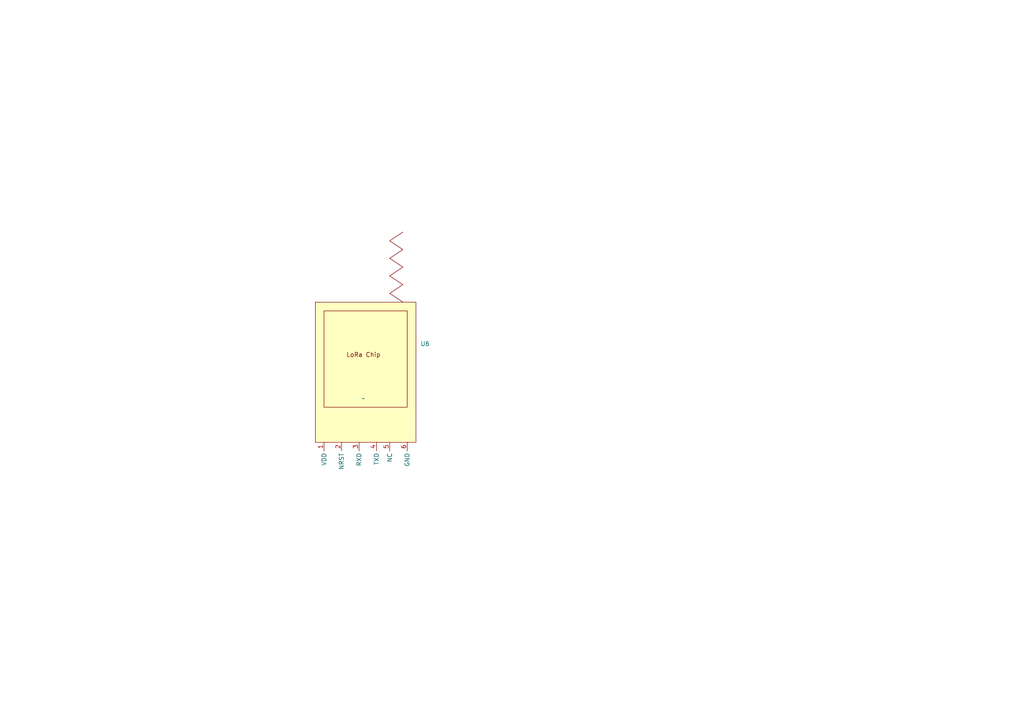
<source format=kicad_sch>
(kicad_sch
	(version 20231120)
	(generator "eeschema")
	(generator_version "8.0")
	(uuid "027f7ef6-06f4-4308-a9bc-7653fd2f0841")
	(paper "A4")
	(lib_symbols
		(symbol "LoRa Chip:RYLR896"
			(exclude_from_sim no)
			(in_bom yes)
			(on_board yes)
			(property "Reference" "U"
				(at 0 0 0)
				(effects
					(font
						(size 1.27 1.27)
					)
				)
			)
			(property "Value" ""
				(at 0 0 0)
				(effects
					(font
						(size 1.27 1.27)
					)
				)
			)
			(property "Footprint" ""
				(at 0 0 0)
				(effects
					(font
						(size 1.27 1.27)
					)
					(hide yes)
				)
			)
			(property "Datasheet" ""
				(at 0 0 0)
				(effects
					(font
						(size 1.27 1.27)
					)
					(hide yes)
				)
			)
			(property "Description" ""
				(at 0 0 0)
				(effects
					(font
						(size 1.27 1.27)
					)
					(hide yes)
				)
			)
			(symbol "RYLR896_0_1"
				(rectangle
					(start -13.97 27.94)
					(end 15.24 -12.7)
					(stroke
						(width 0)
						(type default)
					)
					(fill
						(type background)
					)
				)
				(rectangle
					(start -11.43 25.4)
					(end 12.7 -2.54)
					(stroke
						(width 0)
						(type default)
					)
					(fill
						(type none)
					)
				)
				(polyline
					(pts
						(xy 11.43 27.94) (xy 7.62 30.48) (xy 11.43 33.02) (xy 7.62 35.56) (xy 11.43 38.1) (xy 7.62 40.64)
						(xy 11.43 43.18) (xy 7.62 45.72) (xy 11.43 48.26)
					)
					(stroke
						(width 0)
						(type default)
					)
					(fill
						(type none)
					)
				)
				(text "LoRa Chip"
					(at 0 12.7 0)
					(effects
						(font
							(size 1.27 1.27)
						)
					)
				)
			)
			(symbol "RYLR896_1_1"
				(pin power_in line
					(at -11.43 -12.7 270)
					(length 2.54)
					(name "VDD"
						(effects
							(font
								(size 1.27 1.27)
							)
						)
					)
					(number "1"
						(effects
							(font
								(size 1.27 1.27)
							)
						)
					)
				)
				(pin input line
					(at -6.35 -12.7 270)
					(length 2.54)
					(name "NRST"
						(effects
							(font
								(size 1.27 1.27)
							)
						)
					)
					(number "2"
						(effects
							(font
								(size 1.27 1.27)
							)
						)
					)
				)
				(pin input line
					(at -1.27 -12.7 270)
					(length 2.54)
					(name "RXD"
						(effects
							(font
								(size 1.27 1.27)
							)
						)
					)
					(number "3"
						(effects
							(font
								(size 1.27 1.27)
							)
						)
					)
				)
				(pin output line
					(at 3.81 -12.7 270)
					(length 2.54)
					(name "TXD"
						(effects
							(font
								(size 1.27 1.27)
							)
						)
					)
					(number "4"
						(effects
							(font
								(size 1.27 1.27)
							)
						)
					)
				)
				(pin free line
					(at 7.62 -12.7 270)
					(length 2.54)
					(name "NC"
						(effects
							(font
								(size 1.27 1.27)
							)
						)
					)
					(number "5"
						(effects
							(font
								(size 1.27 1.27)
							)
						)
					)
				)
				(pin power_out line
					(at 12.7 -12.7 270)
					(length 2.54)
					(name "GND"
						(effects
							(font
								(size 1.27 1.27)
							)
						)
					)
					(number "6"
						(effects
							(font
								(size 1.27 1.27)
							)
						)
					)
				)
			)
		)
	)
	(symbol
		(lib_id "LoRa Chip:RYLR896")
		(at 105.41 115.57 0)
		(unit 1)
		(exclude_from_sim no)
		(in_bom yes)
		(on_board yes)
		(dnp no)
		(fields_autoplaced yes)
		(uuid "21cf91e0-3fd0-4306-9aa0-5dde5aae87e7")
		(property "Reference" "U6"
			(at 121.92 99.695 0)
			(effects
				(font
					(size 1.27 1.27)
				)
				(justify left)
			)
		)
		(property "Value" "~"
			(at 105.41 115.57 0)
			(effects
				(font
					(size 1.27 1.27)
				)
			)
		)
		(property "Footprint" "LoRa Chip:LoRa Chip"
			(at 105.41 115.57 0)
			(effects
				(font
					(size 1.27 1.27)
				)
				(hide yes)
			)
		)
		(property "Datasheet" ""
			(at 105.41 115.57 0)
			(effects
				(font
					(size 1.27 1.27)
				)
				(hide yes)
			)
		)
		(property "Description" ""
			(at 105.41 115.57 0)
			(effects
				(font
					(size 1.27 1.27)
				)
				(hide yes)
			)
		)
		(pin "1"
			(uuid "65197c7b-6894-4b5b-b7d1-7477c8db0483")
		)
		(pin "2"
			(uuid "ba895347-62fb-4dc3-98a2-1ea6f09aae3f")
		)
		(pin "3"
			(uuid "89d36519-8834-4e8b-a274-5af5042e3b62")
		)
		(pin "4"
			(uuid "3068ccb2-dbc5-4fb0-b9f2-50d1902027c4")
		)
		(pin "5"
			(uuid "c0fb7106-5236-4e38-80e2-076d2908b59d")
		)
		(pin "6"
			(uuid "456326d6-ba01-49bb-b0e7-b0c6de779758")
		)
		(instances
			(project "PCB"
				(path "/eb9a8801-b205-4599-90e8-b0089b4de1f9/fe89d3af-52d8-49c6-9ee5-8f801b595c27"
					(reference "U6")
					(unit 1)
				)
			)
		)
	)
)

</source>
